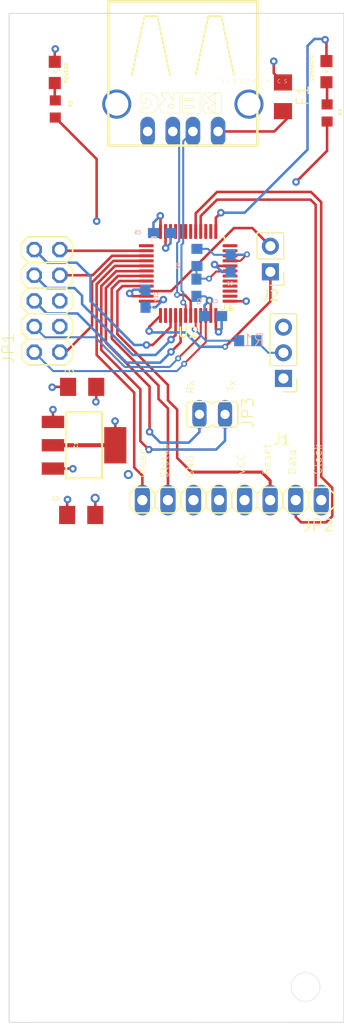
<source format=kicad_pcb>
(kicad_pcb (version 20240108) (generator "pcbnew") (generator_version "8.0")
  (layers (0 "F.Cu" signal "Front") (1 "In1.Cu" signal) (2 "In2.Cu" signal) (31 "B.Cu" signal "Back") (34 "B.Paste" user) (35 "F.Paste" user) (36 "B.SilkS" user "B.Silkscreen") (37 "F.SilkS" user "F.Silkscreen") (38 "B.Mask" user) (39 "F.Mask" user) (44 "Edge.Cuts" user))
  (net 0 "")
  (net 1 "GND")
  (net 2 "VDD")
  (net 3 "VCC")
  (net 4 "/NRST")
  (net 6 "unconnected-(U2-PD1_OSC_OUT-Pad6)")
  (net 7 "Net-(CONNECT0-PadA)")
  (net 8 "Net-(U2-PA3)")
  (net 9 "Net-(F1-Pad2)")
  (net 10 "Net-(U2-PB3)")
  (net 11 "Net-(U2-PB13)")
  (net 12 "Net-(U2-PB4)")
  (net 13 "Net-(U2-PB14)")
  (net 14 "Net-(U2-PB5)")
  (net 15 "Net-(U2-PB8)")
  (net 16 "Net-(U2-PB9)")
  (net 17 "Net-(U2-PB15)")
  (net 18 "/INUSE")
  (net 19 "/STATUS")
  (net 21 "/RESET")
  (net 22 "/DATA")
  (net 23 "/CLOCK")
  (net 24 "/TX")
  (net 25 "/RX")
  (net 26 "Net-(POWER0-PadA)")
  (net 27 "/SWDIO")
  (net 28 "/SWCLK")
  (net 29 "Net-(U2-BOOT0)")
  (net 30 "/USB_DP")
  (net 31 "/USB_DM")
  (net 49 "Net-(J1-Pin_2)")
  (footprint "wmk:JP1" (layer "F.Cu") (at 151.42 94.75 -90)
    (property "Reference" "JP3" (at 1.4732 -4.2164 90) (layer "F.SilkS") (effects (font (size 1.1557 1.1557) (thickness 0.1143)) (justify left bottom)))
    (property "Value" "~")
    (pad "1" thru_hole oval (at 0 1.27 270) (size 2.8448 1.4224) (drill 0.9144) (layers "*.Cu" "*.Mask") (net 25 "/RX"))
    (pad "2" thru_hole oval (at 0 -1.27 270) (size 2.8448 1.4224) (drill 0.9144) (layers "*.Cu" "*.Mask") (net 24 "/TX"))
  )
  (footprint "wmk:C1206" (layer "F.Cu") (at 138.4936 92.0261 180)
    (property "Reference" "C13" (at 0.73 1.73 0) (layer "F.SilkS") (effects (font (size 0.33274 0.33274) (thickness 0.17526)) (justify right top)))
    (property "Value" "10u")
    (pad "1" smd rect (at -1.4 0 180) (size 1.6 1.8) (layers "F.Cu" "F.Paste" "F.Mask") (net 2 "VDD"))
    (pad "2" smd rect (at 1.4 0 180) (size 1.6 1.8) (layers "F.Cu" "F.Paste" "F.Mask") (net 1 "GND"))
  )
  (footprint "wmk:PN87520-S" (layer "F.Cu") (at 148.5011 64.0036 180)
    (property "Reference" "X1" (hide yes))
    (property "Value" "PN87520-S" (hide yes))
    (fp_text user "E L E C T R O N I C S" (at -3.81 2.04 180) (layer "F.SilkS") (effects (font (size 0.373888 0.373888) (thickness 0.032512)) (justify left bottom)))
    (pad "1" thru_hole oval (at -3.5 -2.71 270) (size 2.916 1.458) (drill 0.95) (layers "*.Cu" "*.Mask") (net 9 "Net-(F1-Pad2)"))
    (pad "2" thru_hole oval (at -1 -2.71 270) (size 2.916 1.458) (drill 0.95) (layers "*.Cu" "*.Mask") (net 31 "/USB_DM"))
    (pad "3" thru_hole oval (at 1 -2.71 270) (size 2.916 1.458) (drill 0.95) (layers "*.Cu" "*.Mask") (net 30 "/USB_DP"))
    (pad "4" thru_hole oval (at 3.5 -2.71 270) (size 2.916 1.458) (drill 0.95) (layers "*.Cu" "*.Mask") (net 1 "GND"))
    (pad "S1" thru_hole circle (at -6.57 0 180) (size 2.9 2.9) (drill 2.3) (layers "*.Cu" "*.Mask"))
    (pad "S2" thru_hole circle (at 6.57 0) (size 2.9 2.9) (drill 2.3) (layers "*.Cu" "*.Mask"))
  )
  (footprint "wmk:R1206" (layer "F.Cu") (at 158.45 63.278 -90)
    (property "Reference" "F1" (at -1.27 -1.27 90) (layer "F.SilkS") (effects (font (size 1.176528 1.176528) (thickness 0.093472)) (justify right top)))
    (property "Value" "~")
    (pad "1" smd rect (at -1.422 0 270) (size 1.6 1.803) (layers "F.Cu" "F.Paste" "F.Mask") (net 3 "VCC"))
    (pad "2" smd rect (at 1.422 0 270) (size 1.6 1.803) (layers "F.Cu" "F.Paste" "F.Mask") (net 9 "Net-(F1-Pad2)"))
  )
  (footprint "wmk:C1206" (layer "F.Cu") (at 138.3998 104.7237)
    (property "Reference" "C3" (at -2.9304 -1.4224 0) (layer "F.SilkS") (effects (font (size 0.33274 0.33274) (thickness 0.17526)) (justify left bottom)))
    (property "Value" "10u")
    (pad "1" smd rect (at -1.4 0) (size 1.6 1.8) (layers "F.Cu" "F.Paste" "F.Mask") (net 3 "VCC"))
    (pad "2" smd rect (at 1.4 0) (size 1.6 1.8) (layers "F.Cu" "F.Paste" "F.Mask") (net 1 "GND"))
  )
  (footprint "wmk:SML0805" (layer "F.Cu") (at 135.7701 60.8626 -90)
    (property "Reference" "POWER0" (at -1 -0.96 90) (layer "F.SilkS") (effects (font (size 0.33274 0.33274) (thickness 0.17526)) (justify right top)))
    (property "Value" "~")
    (pad "A" smd rect (at 1.05 0 270) (size 1.2 1.2) (layers "F.Cu" "F.Paste" "F.Mask") (net 26 "Net-(POWER0-PadA)"))
    (pad "C" smd rect (at -1.05 0 270) (size 1.2 1.2) (layers "F.Cu" "F.Paste" "F.Mask") (net 1 "GND"))
  )
  (footprint "Connector_PinHeader_2.54mm:PinHeader_1x02_P2.54mm_Vertical" (layer "F.Cu") (at 157.2 80.625 180)
    (property "Reference" "J2" (at 0 -2.33 0) (layer "F.SilkS"))
    (property "Value" "Conn_01x02")
    (pad "1" thru_hole rect (at 0 0 180) (size 1.7 1.7) (drill 1) (layers "*.Cu" "*.Mask") (net 28 "/SWCLK"))
    (pad "2" thru_hole oval (at 0 2.54 180) (size 1.7 1.7) (drill 1) (layers "*.Cu" "*.Mask") (net 27 "/SWDIO"))
  )
  (footprint "Connector_PinHeader_2.54mm:PinHeader_1x03_P2.54mm_Vertical" (layer "F.Cu") (at 158.5 91.19 180)
    (property "Reference" "J1" (at 0.1524 -6.096 0) (layer "F.SilkS"))
    (property "Value" "Conn_01x03")
    (pad "1" thru_hole rect (at 0 0 180) (size 1.7 1.7) (drill 1) (layers "*.Cu" "*.Mask") (net 1 "GND"))
    (pad "2" thru_hole oval (at 0 2.54 180) (size 1.7 1.7) (drill 1) (layers "*.Cu" "*.Mask") (net 49 "Net-(J1-Pin_2)"))
    (pad "3" thru_hole oval (at 0 5.08 180) (size 1.7 1.7) (drill 1) (layers "*.Cu" "*.Mask") (net 2 "VDD"))
  )
  (footprint "wmk:R0603" (layer "F.Cu") (at 135.8201 64.4864 90)
    (property "Reference" "R3" (at 0.1204 1.73 90) (layer "F.SilkS") (effects (font (size 0.33274 0.33274) (thickness 0.17526)) (justify left bottom)))
    (property "Value" "10k")
    (pad "1" smd rect (at -0.85 0 90) (size 1 1.1) (layers "F.Cu" "F.Paste" "F.Mask") (net 2 "VDD"))
    (pad "2" smd rect (at 0.85 0 90) (size 1 1.1) (layers "F.Cu" "F.Paste" "F.Mask") (net 26 "Net-(POWER0-PadA)"))
  )
  (footprint "Package_QFP:LQFP-48_7x7mm_P0.5mm" (layer "F.Cu") (at 149.0272 80.7873 180)
    (property "Reference" "U2" (at 0 -5.85 180) (layer "F.SilkS"))
    (property "Value" "STM32F103C8T6")
    (pad "1" smd roundrect (at -4.1625 -2.75 180) (size 1.475 0.3) (layers "F.Cu" "F.Paste" "F.Mask") (net 2 "VDD"))
    (pad "2" smd roundrect (at -4.1625 -2.25 180) (size 1.475 0.3) (layers "F.Cu" "F.Paste" "F.Mask"))
    (pad "3" smd roundrect (at -4.1625 -1.75 180) (size 1.475 0.3) (layers "F.Cu" "F.Paste" "F.Mask"))
    (pad "4" smd roundrect (at -4.1625 -1.25 180) (size 1.475 0.3) (layers "F.Cu" "F.Paste" "F.Mask"))
    (pad "5" smd roundrect (at -4.1625 -0.75 180) (size 1.475 0.3) (layers "F.Cu" "F.Paste" "F.Mask"))
    (pad "6" smd roundrect (at -4.1625 -0.25 180) (size 1.475 0.3) (layers "F.Cu" "F.Paste" "F.Mask") (net 6 "unconnected-(U2-PD1_OSC_OUT-Pad6)"))
    (pad "7" smd roundrect (at -4.1625 0.25 180) (size 1.475 0.3) (layers "F.Cu" "F.Paste" "F.Mask") (net 4 "/NRST"))
    (pad "8" smd roundrect (at -4.1625 0.75 180) (size 1.475 0.3) (layers "F.Cu" "F.Paste" "F.Mask") (net 1 "GND"))
    (pad "9" smd roundrect (at -4.1625 1.25 180) (size 1.475 0.3) (layers "F.Cu" "F.Paste" "F.Mask") (net 2 "VDD"))
    (pad "10" smd roundrect (at -4.1625 1.75 180) (size 1.475 0.3) (layers "F.Cu" "F.Paste" "F.Mask"))
    (pad "11" smd roundrect (at -4.1625 2.25 180) (size 1.475 0.3) (layers "F.Cu" "F.Paste" "F.Mask"))
    (pad "12" smd roundrect (at -4.1625 2.75 180) (size 1.475 0.3) (layers "F.Cu" "F.Paste" "F.Mask"))
    (pad "13" smd roundrect (at -2.75 4.1625 180) (size 0.3 1.475) (layers "F.Cu" "F.Paste" "F.Mask") (net 8 "Net-(U2-PA3)"))
    (pad "14" smd roundrect (at -2.25 4.1625 180) (size 0.3 1.475) (layers "F.Cu" "F.Paste" "F.Mask"))
    (pad "15" smd roundrect (at -1.75 4.1625 180) (size 0.3 1.475) (layers "F.Cu" "F.Paste" "F.Mask"))
    (pad "16" smd roundrect (at -1.25 4.1625 180) (size 0.3 1.475) (layers "F.Cu" "F.Paste" "F.Mask") (net 23 "/CLOCK"))
    (pad "17" smd roundrect (at -0.75 4.1625 180) (size 0.3 1.475) (layers "F.Cu" "F.Paste" "F.Mask") (net 22 "/DATA"))
    (pad "18" smd roundrect (at -0.25 4.1625 180) (size 0.3 1.475) (layers "F.Cu" "F.Paste" "F.Mask"))
    (pad "19" smd roundrect (at 0.25 4.1625 180) (size 0.3 1.475) (layers "F.Cu" "F.Paste" "F.Mask"))
    (pad "20" smd roundrect (at 0.75 4.1625 180) (size 0.3 1.475) (layers "F.Cu" "F.Paste" "F.Mask"))
    (pad "21" smd roundrect (at 1.25 4.1625 180) (size 0.3 1.475) (layers "F.Cu" "F.Paste" "F.Mask"))
    (pad "22" smd roundrect (at 1.75 4.1625 180) (size 0.3 1.475) (layers "F.Cu" "F.Paste" "F.Mask"))
    (pad "23" smd roundrect (at 2.25 4.1625 180) (size 0.3 1.475) (layers "F.Cu" "F.Paste" "F.Mask") (net 1 "GND"))
    (pad "24" smd roundrect (at 2.75 4.1625 180) (size 0.3 1.475) (layers "F.Cu" "F.Paste" "F.Mask") (net 2 "VDD"))
    (pad "25" smd roundrect (at 4.1625 2.75 180) (size 1.475 0.3) (layers "F.Cu" "F.Paste" "F.Mask"))
    (pad "26" smd roundrect (at 4.1625 2.25 180) (size 1.475 0.3) (layers "F.Cu" "F.Paste" "F.Mask") (net 11 "Net-(U2-PB13)"))
    (pad "27" smd roundrect (at 4.1625 1.75 180) (size 1.475 0.3) (layers "F.Cu" "F.Paste" "F.Mask") (net 13 "Net-(U2-PB14)"))
    (pad "28" smd roundrect (at 4.1625 1.25 180) (size 1.475 0.3) (layers "F.Cu" "F.Paste" "F.Mask") (net 17 "Net-(U2-PB15)"))
    (pad "29" smd roundrect (at 4.1625 0.75 180) (size 1.475 0.3) (layers "F.Cu" "F.Paste" "F.Mask") (net 18 "/INUSE"))
    (pad "30" smd roundrect (at 4.1625 0.25 180) (size 1.475 0.3) (layers "F.Cu" "F.Paste" "F.Mask") (net 24 "/TX"))
    (pad "31" smd roundrect (at 4.1625 -0.25 180) (size 1.475 0.3) (layers "F.Cu" "F.Paste" "F.Mask") (net 25 "/RX"))
    (pad "32" smd roundrect (at 4.1625 -0.75 180) (size 1.475 0.3) (layers "F.Cu" "F.Paste" "F.Mask") (net 19 "/STATUS"))
    (pad "33" smd roundrect (at 4.1625 -1.25 180) (size 1.475 0.3) (layers "F.Cu" "F.Paste" "F.Mask") (net 21 "/RESET"))
    (pad "34" smd roundrect (at 4.1625 -1.75 180) (size 1.475 0.3) (layers "F.Cu" "F.Paste" "F.Mask") (net 27 "/SWDIO"))
    (pad "35" smd roundrect (at 4.1625 -2.25 180) (size 1.475 0.3) (layers "F.Cu" "F.Paste" "F.Mask") (net 1 "GND"))
    (pad "36" smd roundrect (at 4.1625 -2.75 180) (size 1.475 0.3) (layers "F.Cu" "F.Paste" "F.Mask") (net 2 "VDD"))
    (pad "37" smd roundrect (at 2.75 -4.1625 180) (size 0.3 1.475) (layers "F.Cu" "F.Paste" "F.Mask") (net 28 "/SWCLK"))
    (pad "38" smd roundrect (at 2.25 -4.1625 180) (size 0.3 1.475) (layers "F.Cu" "F.Paste" "F.Mask"))
    (pad "39" smd roundrect (at 1.75 -4.1625 180) (size 0.3 1.475) (layers "F.Cu" "F.Paste" "F.Mask") (net 10 "Net-(U2-PB3)"))
    (pad "40" smd roundrect (at 1.25 -4.1625 180) (size 0.3 1.475) (layers "F.Cu" "F.Paste" "F.Mask") (net 12 "Net-(U2-PB4)"))
    (pad "41" smd roundrect (at 0.75 -4.1625 180) (size 0.3 1.475) (layers "F.Cu" "F.Paste" "F.Mask") (net 14 "Net-(U2-PB5)"))
    (pad "42" smd roundrect (at 0.25 -4.1625 180) (size 0.3 1.475) (layers "F.Cu" "F.Paste" "F.Mask") (net 31 "/USB_DM"))
    (pad "43" smd roundrect (at -0.25 -4.1625 180) (size 0.3 1.475) (layers "F.Cu" "F.Paste" "F.Mask") (net 30 "/USB_DP"))
    (pad "44" smd roundrect (at -0.75 -4.1625 180) (size 0.3 1.475) (layers "F.Cu" "F.Paste" "F.Mask") (net 29 "Net-(U2-BOOT0)"))
    (pad "45" smd roundrect (at -1.25 -4.1625 180) (size 0.3 1.475) (layers "F.Cu" "F.Paste" "F.Mask") (net 15 "Net-(U2-PB8)"))
    (pad "46" smd roundrect (at -1.75 -4.1625 180) (size 0.3 1.475) (layers "F.Cu" "F.Paste" "F.Mask") (net 16 "Net-(U2-PB9)"))
    (pad "47" smd roundrect (at -2.25 -4.1625 180) (size 0.3 1.475) (layers "F.Cu" "F.Paste" "F.Mask") (net 1 "GND"))
    (pad "48" smd roundrect (at -2.75 -4.1625 180) (size 0.3 1.475) (layers "F.Cu" "F.Paste" "F.Mask") (net 2 "VDD"))
  )
  (footprint "wmk:SOT223" (layer "F.Cu") (at 138.6886 97.8111 -90)
    (property "Reference" "IC1" (at 0.5162 0.619 90) (layer "F.SilkS") (effects (font (size 0.33274 0.33274) (thickness 0.17526)) (justify left bottom)))
    (property "Value" "LM1117MPX-3.3")
    (pad "1" smd rect (at -2.311 3.099 270) (size 1.219 2.235) (layers "F.Cu" "F.Paste" "F.Mask") (net 1 "GND"))
    (pad "2" smd rect (at 0 3.099 270) (size 1.219 2.235) (layers "F.Cu" "F.Paste" "F.Mask") (net 2 "VDD"))
    (pad "3" smd rect (at 2.311 3.099 270) (size 1.219 2.235) (layers "F.Cu" "F.Paste" "F.Mask") (net 3 "VCC"))
    (pad "TAB" smd rect (at 0 -3.099 270) (size 3.6 2.2) (layers "F.Cu" "F.Paste" "F.Mask") (net 2 "VDD"))
  )
  (footprint "wmk:1X08" (layer "F.Cu") (at 153.367431 103.249369 180)
    (property "Reference" "JP2" (at -10.2362 -1.8288 0) (layer "F.SilkS") (effects (font (size 1.1557 1.1557) (thickness 0.1143)) (justify right top)))
    (property "Value" "~")
    (pad "1" thru_hole oval (at -8.89 0 270) (size 3.048 1.524) (drill 1.016) (layers "*.Cu" "*.Mask") (net 23 "/CLOCK"))
    (pad "2" thru_hole oval (at -6.35 0 270) (size 3.048 1.524) (drill 1.016) (layers "*.Cu" "*.Mask") (net 22 "/DATA"))
    (pad "3" thru_hole oval (at -3.81 0 270) (size 3.048 1.524) (drill 1.016) (layers "*.Cu" "*.Mask") (net 21 "/RESET"))
    (pad "4" thru_hole oval (at -1.27 0 270) (size 3.048 1.524) (drill 1.016) (layers "*.Cu" "*.Mask") (net 3 "VCC"))
    (pad "5" thru_hole oval (at 1.27 0 270) (size 3.048 1.524) (drill 1.016) (layers "*.Cu" "*.Mask"))
    (pad "6" thru_hole oval (at 3.81 0 270) (size 3.048 1.524) (drill 1.016) (layers "*.Cu" "*.Mask") (net 1 "GND"))
    (pad "7" thru_hole oval (at 6.35 0 270) (size 3.048 1.524) (drill 1.016) (layers "*.Cu" "*.Mask") (net 19 "/STATUS"))
    (pad "8" thru_hole oval (at 8.89 0 270) (size 3.048 1.524) (drill 1.016) (layers "*.Cu" "*.Mask") (net 18 "/INUSE"))
  )
  (footprint "wmk:R0603" (layer "F.Cu") (at 162.8349 64.8814 90)
    (property "Reference" "R4" (at -0.2968 1.524 90) (layer "F.SilkS") (effects (font (size 0.33274 0.33274) (thickness 0.17526)) (justify left bottom)))
    (property "Value" "10k")
    (pad "1" smd rect (at -0.85 0 90) (size 1 1.1) (layers "F.Cu" "F.Paste" "F.Mask") (net 2 "VDD"))
    (pad "2" smd rect (at 0.85 0 90) (size 1 1.1) (layers "F.Cu" "F.Paste" "F.Mask") (net 7 "Net-(CONNECT0-PadA)"))
  )
  (footprint "wmk:SML0805" (layer "F.Cu") (at 162.7729 60.7864 -90)
    (property "Reference" "CONNECT0" (at -1.7112 1.6524 90) (layer "F.SilkS") (effects (font (size 0.33274 0.33274) (thickness 0.17526)) (justify right top)))
    (property "Value" "~")
    (pad "A" smd rect (at 1.05 0 270) (size 1.2 1.2) (layers "F.Cu" "F.Paste" "F.Mask") (net 7 "Net-(CONNECT0-PadA)"))
    (pad "C" smd rect (at -1.05 0 270) (size 1.2 1.2) (layers "F.Cu" "F.Paste" "F.Mask") (net 8 "Net-(U2-PA3)"))
  )
  (footprint "wmk:2X05" (layer "F.Cu") (at 135.0011 83.5036 90)
    (property "Reference" "JP1" (at -6.35 -3.175 90) (layer "F.SilkS") (effects (font (size 1.1557 1.1557) (thickness 0.1143)) (justify left bottom)))
    (property "Value" "~")
    (pad "1" thru_hole roundrect (at -5.08 1.27 90) (size 1.524 1.524) (drill 1.016) (layers "*.Cu" "*.Mask") (chamfer_ratio 0.2928932188) (chamfer top_left top_right bottom_left bottom_right) (net 17 "Net-(U2-PB15)"))
    (pad "2" thru_hole roundrect (at -5.08 -1.27 90) (size 1.524 1.524) (drill 1.016) (layers "*.Cu" "*.Mask") (chamfer_ratio 0.2928932188) (chamfer top_left top_right bottom_left bottom_right) (net 16 "Net-(U2-PB9)"))
    (pad "3" thru_hole roundrect (at -2.54 1.27 90) (size 1.524 1.524) (drill 1.016) (layers "*.Cu" "*.Mask") (chamfer_ratio 0.2928932188) (chamfer top_left top_right bottom_left bottom_right) (net 3 "VCC"))
    (pad "4" thru_hole roundrect (at -2.54 -1.27 90) (size 1.524 1.524) (drill 1.016) (layers "*.Cu" "*.Mask") (chamfer_ratio 0.2928932188) (chamfer top_left top_right bottom_left bottom_right) (net 15 "Net-(U2-PB8)"))
    (pad "5" thru_hole roundrect (at 0 1.27 90) (size 1.524 1.524) (drill 1.016) (layers "*.Cu" "*.Mask") (chamfer_ratio 0.2928932188) (chamfer top_left top_right bottom_left bottom_right) (net 1 "GND"))
    (pad "6" thru_hole roundrect (at 0 -1.27 90) (size 1.524 1.524) (drill 1.016) (layers "*.Cu" "*.Mask") (chamfer_ratio 0.2928932188) (chamfer top_left top_right bottom_left bottom_right) (net 14 "Net-(U2-PB5)"))
    (pad "7" thru_hole roundrect (at 2.54 1.27 90) (size 1.524 1.524) (drill 1.016) (layers "*.Cu" "*.Mask") (chamfer_ratio 0.2928932188) (chamfer top_left top_right bottom_left bottom_right) (net 13 "Net-(U2-PB14)"))
    (pad "8" thru_hole roundrect (at 2.54 -1.27 90) (size 1.524 1.524) (drill 1.016) (layers "*.Cu" "*.Mask") (chamfer_ratio 0.2928932188) (chamfer top_left top_right bottom_left bottom_right) (net 12 "Net-(U2-PB4)"))
    (pad "9" thru_hole roundrect (at 5.08 1.27 90) (size 1.524 1.524) (drill 1.016) (layers "*.Cu" "*.Mask") (chamfer_ratio 0.2928932188) (chamfer top_left top_right bottom_left bottom_right) (net 11 "Net-(U2-PB13)"))
    (pad "10" thru_hole roundrect (at 5.08 -1.27 90) (size 1.524 1.524) (drill 1.016) (layers "*.Cu" "*.Mask") (chamfer_ratio 0.2928932188) (chamfer top_left top_right bottom_left bottom_right) (net 10 "Net-(U2-PB3)"))
  )
  (footprint "wmk:C0603" (layer "B.Cu") (at 144.787584 83.2861 90)
    (property "Reference" "C12" (at 0.73 1.27 90) (layer "B.SilkS") (effects (font (size 0.33274 0.33274) (thickness 0.17526)) (justify left bottom mirror)))
    (property "Value" "100n")
    (pad "1" smd rect (at -0.85 0 90) (size 1.1 1) (layers "B.Cu" "B.Paste" "B.Mask") (net 2 "VDD"))
    (pad "2" smd rect (at 0.85 0 90) (size 1.1 1) (layers "B.Cu" "B.Paste" "B.Mask") (net 1 "GND"))
  )
  (footprint "wmk:R0603" (layer "B.Cu") (at 149.9 79.2 90)
    (property "Reference" "R2" (at -0.4492 -1.6764 90) (layer "B.SilkS") (effects (font (size 0.33274 0.33274) (thickness 0.17526)) (justify left bottom mirror)))
    (property "Value" "100k")
    (pad "1" smd rect (at -0.85 0 90) (size 1 1.1) (layers "B.Cu" "B.Paste" "B.Mask") (net 4 "/NRST"))
    (pad "2" smd rect (at 0.85 0 90) (size 1 1.1) (layers "B.Cu" "B.Paste" "B.Mask") (net 2 "VDD"))
  )
  (footprint "wmk:R0603" (layer "B.Cu") (at 154.95 87.45)
    (property "Reference" "R1" (at -0.635 0.635 0) (layer "B.SilkS") (effects (font (size 1.1684 1.1684) (thickness 0.1016)) (justify right bottom mirror)))
    (property "Value" "100k")
    (pad "1" smd rect (at -0.85 0) (size 1 1.1) (layers "B.Cu" "B.Paste" "B.Mask") (net 29 "Net-(U2-BOOT0)"))
    (pad "2" smd rect (at 0.85 0) (size 1 1.1) (layers "B.Cu" "B.Paste" "B.Mask") (net 49 "Net-(J1-Pin_2)"))
  )
  (footprint "wmk:C0603" (layer "B.Cu") (at 149.85 82.2 -90)
    (property "Reference" "C7" (at 1.738 -0.1016 90) (layer "B.SilkS") (effects (font (size 0.33274 0.33274) (thickness 0.17526)) (justify right top mirror)))
    (property "Value" "100n")
    (pad "1" smd rect (at -0.85 0 270) (size 1.1 1) (layers "B.Cu" "B.Paste" "B.Mask") (net 4 "/NRST"))
    (pad "2" smd rect (at 0.85 0 270) (size 1.1 1) (layers "B.Cu" "B.Paste" "B.Mask") (net 1 "GND"))
  )
  (footprint "wmk:C0603" (layer "B.Cu") (at 153.2451 79.7875 -90)
    (property "Reference" "C6" (at 1.8083 0.4091 180) (layer "B.SilkS") (effects (font (size 0.33274 0.33274) (thickness 0.17526)) (justify right top mirror)))
    (property "Value" "100n")
    (pad "1" smd rect (at -0.85 0 270) (size 1.1 1) (layers "B.Cu" "B.Paste" "B.Mask") (net 2 "VDD"))
    (pad "2" smd rect (at 0.85 0 270) (size 1.1 1) (layers "B.Cu" "B.Paste" "B.Mask") (net 1 "GND"))
  )
  (footprint "wmk:C0603" (layer "B.Cu") (at 151.505 85.0098 180)
    (property "Reference" "C16" (at -0.5508 1.2672 0) (layer "B.SilkS") (effects (font (size 0.33274 0.33274) (thickness 0.17526)) (justify left bottom mirror)))
    (property "Value" "100n")
    (pad "1" smd rect (at -0.85 0 180) (size 1.1 1) (layers "B.Cu" "B.Paste" "B.Mask") (net 2 "VDD"))
    (pad "2" smd rect (at 0.85 0 180) (size 1.1 1) (layers "B.Cu" "B.Paste" "B.Mask") (net 1 "GND"))
  )
  (footprint "wmk:C0603" (layer "B.Cu") (at 146.429268 76.780438)
    (property "Reference" "C5" (at -2.7832 -0.254 0) (layer "B.SilkS") (effects (font (size 0.33274 0.33274) (thickness 0.17526)) (justify right top mirror)))
    (property "Value" "100n")
    (pad "1" smd rect (at -0.85 0) (size 1.1 1) (layers "B.Cu" "B.Paste" "B.Mask") (net 2 "VDD"))
    (pad "2" smd rect (at 0.85 0) (size 1.1 1) (layers "B.Cu" "B.Paste" "B.Mask") (net 1 "GND"))
  )
  (gr_circle (center 160.7 151.5) (end 159.85 150.35) (stroke (width 0.0381)) (fill none) (layer "Edge.Cuts"))
  (gr_line (start 131.2311 55.0036) (end 164.5 55.0036) (stroke (width 0.0762)) (layer "Edge.Cuts"))
  (gr_line (start 131.2311 155.0036) (end 131.2311 55.0036) (stroke (width 0.0762)) (layer "Edge.Cuts"))
  (gr_line (start 164.5 155) (end 131.2311 155.0036) (stroke (width 0.0762)) (layer "Edge.Cuts"))
  (gr_line (start 164.5 55.0036) (end 164.5 155) (stroke (width 0.0762)) (layer "Edge.Cuts"))
  (gr_text "Clock" (at 162.3622 100.7898 90) (layer "F.SilkS") (effects (font (size 0.747776 0.747776) (thickness 0.065024)) (justify left bottom)))
  (gr_text "Ststus" (at 147.1222 101.1073 90) (layer "F.SilkS") (effects (font (size 0.747776 0.747776) (thickness 0.065024)) (justify left bottom)))
  (gr_text "Data" (at 159.8222 100.7898 90) (layer "F.SilkS") (effects (font (size 0.747776 0.747776) (thickness 0.065024)) (justify left bottom)))
  (gr_text "GND" (at 149.6622 101.1073 90) (layer "F.SilkS") (effects (font (size 0.747776 0.747776) (thickness 0.065024)) (justify left bottom)))
  (gr_text "Reset" (at 157.2822 100.7898 90) (layer "F.SilkS") (effects (font (size 0.747776 0.747776) (thickness 0.065024)) (justify left bottom)))
  (gr_text "Inuse" (at 144.8997 101.1073 90) (layer "F.SilkS") (effects (font (size 0.747776 0.747776) (thickness 0.065024)) (justify left bottom)))
  (gr_text "Tx" (at 153.8 92.55 90) (layer "F.SilkS") (effects (font (size 0.747776 0.747776) (thickness 0.065024)) (justify left bottom)))
  (gr_text "VCC" (at 154.7422 100.7898 90) (layer "F.SilkS") (effects (font (size 0.747776 0.747776) (thickness 0.065024)) (justify left bottom)))
  (gr_text "Rx" (at 149.7 92.75 90) (layer "F.SilkS") (effects (font (size 0.747776 0.747776) (thickness 0.065024)) (justify left bottom)))
  (segment (start 146.7772 76.6073) (end 146.7772 78.2579) (width 0.254) (layer "F.Cu") (net 1))
  (segment (start 143.4794 83.0373) (end 143.2106 82.7685) (width 0.254) (layer "F.Cu") (net 1))
  (segment (start 144.8472 83.0373) (end 143.4794 83.0373) (width 0.254) (layer "F.Cu") (net 1))
  (segment (start 146.7772 78.2579) (end 146.792 78.2727) (width 0.254) (layer "F.Cu") (net 1))
  (segment (start 135.5896 95.5001) (end 135.5896 94.2757) (width 0.254) (layer "F.Cu") (net 1))
  (segment (start 135.7701 59.8126) (end 135.7701 58.586) (width 0.254) (layer "F.Cu") (net 1))
  (segment (start 151.65 79.9) (end 151.7873 80.0373) (width 0.254) (layer "F.Cu") (net 1))
  (segment (start 139.7998 104.7237) (end 139.7998 103.0813) (width 0.254) (layer "F.Cu") (net 1))
  (segment (start 137.0936 92.0261) (end 135.5532 92.0261) (width 0.254) (layer "F.Cu") (net 1))
  (segment (start 135.7701 58.586) (end 135.8192 58.5369) (width 0.254) (layer "F.Cu") (net 1))
  (segment (start 135.5532 92.0261) (end 135.5144 92.0649) (width 0.254) (layer "F.Cu") (net 1))
  (segment (start 139.7998 103.0813) (end 139.7816 103.0631) (width 0.254) (layer "F.Cu") (net 1))
  (segment (start 135.5896 94.2757) (end 135.5906 94.2747) (width 0.254) (layer "F.Cu") (net 1))
  (segment (start 151.7873 80.0373) (end 153.2072 80.0373) (width 0.254) (layer "F.Cu") (net 1))
  (segment (start 151.2772 83.5961) (end 151.2772 84.9673) (width 0.254) (layer "F.Cu") (net 1))
  (segment (start 151.14055 83.45945) (end 151.2772 83.5961) (width 0.254) (layer "F.Cu") (net 1))
  (via (at 151.14055 83.45945) (size 0.7564) (drill 0.35) (layers "F.Cu" "B.Cu") (net 1))
  (via (at 151.65 79.9) (size 0.7564) (drill 0.35) (layers "F.Cu" "B.Cu") (net 1))
  (via (at 146.792 78.2727) (size 0.7564) (drill 0.35) (layers "F.Cu" "B.Cu") (net 1))
  (via (at 143.2106 82.7685) (size 0.7564) (drill 0.35) (layers "F.Cu" "B.Cu") (net 1))
  (via (at 135.5906 94.2747) (size 0.7564) (drill 0.35) (layers "F.Cu" "B.Cu") (net 1))
  (via (at 135.8192 58.5369) (size 0.7564) (drill 0.35) (layers "F.Cu" "B.Cu") (net 1))
  (via (at 143.0836 100.7136) (size 0.9064) (drill 0.5) (layers "F.Cu" "B.Cu") (net 1))
  (via (at 135.5144 92.0649) (size 0.7564) (drill 0.35) (layers "F.Cu" "B.Cu") (net 1))
  (via (at 139.7816 103.0631) (size 0.9064) (drill 0.5) (layers "F.Cu" "B.Cu") (net 1))
  (segment (start 152.3875 80.6375) (end 153.2451 80.6375) (width 0.254) (layer "B.Cu") (net 1))
  (segment (start 147.279268 76.780438) (end 147.279268 77.785432) (width 0.254) (layer "B.Cu") (net 1))
  (segment (start 144.787584 82.4361) (end 144.738984 82.3875) (width 0.254) (layer "B.Cu") (net 1))
  (segment (start 144.738984 82.3875) (end 143.5916 82.3875) (width 0.254) (layer "B.Cu") (net 1))
  (segment (start 147.279268 77.785432) (end 146.792 78.2727) (width 0.254) (layer "B.Cu") (net 1))
  (segment (start 150.655 83.945) (end 150.655 85.0098) (width 0.254) (layer "B.Cu") (net 1))
  (segment (start 149.85 83.05) (end 150.7311 83.05) (width 0.2) (layer "B.Cu") (net 1))
  (segment (start 151.65 79.9) (end 152.3875 80.6375) (width 0.254) (layer "B.Cu") (net 1))
  (segment (start 151.14055 83.45945) (end 150.655 83.945) (width 0.254) (layer "B.Cu") (net 1))
  (segment (start 150.7311 83.05) (end 151.14055 83.45945) (width 0.2) (layer "B.Cu") (net 1))
  (segment (start 143.5916 82.3875) (end 143.2106 82.7685) (width 0.254) (layer "B.Cu") (net 1))
  (segment (start 141.7876 95.4425) (end 141.7628 95.4177) (width 0.254) (layer "F.Cu") (net 2))
  (segment (start 146.2772 76.6073) (end 146.2772 75.0909) (width 0.254) (layer "F.Cu") (net 2))
  (segment (start 141.7876 97.8111) (end 141.7876 95.4425) (width 0.254) (layer "F.Cu") (net 2))
  (segment (start 162.8349 68.6306) (end 159.746 71.7195) (width 0.254) (layer "F.Cu") (net 2))
  (segment (start 151.7772 86.3059) (end 151.7772 84.9673) (width 0.254) (layer "F.Cu") (net 2))
  (segment (start 153.2072 79.5373) (end 154.2142 79.5373) (width 0.2) (layer "F.Cu") (net 2))
  (segment (start 139.8936 93.4769) (end 139.8578 93.5127) (width 0.254) (layer "F.Cu") (net 2))
  (segment (start 162.8349 65.7314) (end 162.8349 68.6306) (width 0.254) (layer "F.Cu") (net 2))
  (segment (start 154.8692 78.9) (end 154.8692 78.954225) (width 0.254) (layer "F.Cu") (net 2))
  (segment (start 139.934 75.6057) (end 139.934 69.4503) (width 0.254) (layer "F.Cu") (net 2))
  (segment (start 154.8692 78.8823) (end 154.8692 78.9) (width 0.254) (layer "F.Cu") (net 2))
  (segment (start 146.5634 83.3781) (end 146.4042 83.5373) (width 0.254) (layer "F.Cu") (net 2))
  (segment (start 153.2072 83.5373) (end 154.7862 83.5373) (width 0.254) (layer "F.Cu") (net 2))
  (segment (start 146.2772 75.0909) (end 146.2586 75.0723) (width 0.254) (layer "F.Cu") (net 2))
  (segment (start 139.8936 92.0261) (end 139.8936 93.4769) (width 0.254) (layer "F.Cu") (net 2))
  (segment (start 146.4042 83.5373) (end 144.8472 83.5373) (width 0.254) (layer "F.Cu") (net 2))
  (segment (start 154.7862 83.5373) (end 154.793 83.5305) (width 0.254) (layer "F.Cu") (net 2))
  (segment (start 154.2142 79.5373) (end 154.8692 78.8823) (width 0.2) (layer "F.Cu") (net 2))
  (segment (start 139.934 69.4503) (end 135.8201 65.3364) (width 0.254) (layer "F.Cu") (net 2))
  (segment (start 135.5896 97.8111) (end 141.7876 97.8111) (width 0.4064) (layer "F.Cu") (net 2))
  (segment (start 152.0498 86.5785) (end 151.7772 86.3059) (width 0.254) (layer "F.Cu") (net 2))
  (via (at 139.8578 93.5127) (size 0.7564) (drill 0.35) (layers "F.Cu" "B.Cu") (net 2))
  (via (at 154.8692 78.9) (size 0.6) (drill 0.3) (layers "F.Cu" "B.Cu") (net 2))
  (via (at 154.793 83.5305) (size 0.7564) (drill 0.35) (layers "F.Cu" "B.Cu") (net 2))
  (via (at 139.934 75.6057) (size 0.7564) (drill 0.35) (layers "F.Cu" "B.Cu") (net 2))
  (via (at 146.5634 83.3781) (size 0.7564) (drill 0.35) (layers "F.Cu" "B.Cu") (net 2))
  (via (at 159.746 71.7195) (size 0.7564) (drill 0.35) (layers "F.Cu" "B.Cu") (net 2))
  (via (at 141.7628 95.4177) (size 0.7564) (drill 0.35) (layers "F.Cu" "B.Cu") (net 2))
  (via (at 152.0498 86.5785) (size 0.7564) (drill 0.35) (layers "F.Cu" "B.Cu") (net 2))
  (via (at 146.2586 75.0723) (size 0.7564) (drill 0.35) (layers "F.Cu" "B.Cu") (net 2))
  (segment (start 152.355 85.0098) (end 152.355 86.2733) (width 0.254) (layer "B.Cu") (net 2))
  (segment (start 145.579268 75.751632) (end 146.2586 75.0723) (width 0.254) (layer "B.Cu") (net 2))
  (segment (start 154.814 78.9375) (end 153.2451 78.9375) (width 0.254) (layer "B.Cu") (net 2))
  (segment (start 149.9 78.35) (end 151 78.35) (width 0.2) (layer "B.Cu") (net 2))
  (segment (start 145.579268 76.780438) (end 145.579268 75.751632) (width 0.254) (layer "B.Cu") (net 2))
  (segment (start 144.787584 84.1361) (end 145.8054 84.1361) (width 0.254) (layer "B.Cu") (net 2))
  (segment (start 152.355 86.2733) (end 152.0498 86.5785) (width 0.254) (layer "B.Cu") (net 2))
  (segment (start 154.8692 78.8823) (end 154.814 78.9375) (width 0.254) (layer "B.Cu") (net 2))
  (segment (start 151.5875 78.9375) (end 153.2451 78.9375) (width 0.2) (layer "B.Cu") (net 2))
  (segment (start 145.8054 84.1361) (end 146.5634 83.3781) (width 0.254) (layer "B.Cu") (net 2))
  (segment (start 151 78.35) (end 151.5875 78.9375) (width 0.2) (layer "B.Cu") (net 2))
  (segment (start 157.5362 60.9422) (end 158.4841 61.8901) (width 0.254) (layer "F.Cu") (net 3))
  (segment (start 135.5896 100.1221) (end 137.5518 100.1221) (width 0.254) (layer "F.Cu") (net 3))
  (segment (start 158.4841 61.8901) (end 159.0094 61.8901) (width 0.254) (layer "F.Cu") (net 3))
  (segment (start 157.5362 59.7561) (end 157.5362 60.9422) (width 0.254) (layer "F.Cu") (net 3))
  (segment (start 136.9998 103.2287) (end 137.0384 103.1901) (width 0.254) (layer "F.Cu") (net 3))
  (segment (start 136.9998 104.7237) (end 136.9998 103.2287) (width 0.254) (layer "F.Cu") (net 3))
  (segment (start 137.5518 100.1221) (end 137.5718 100.1421) (width 0.254) (layer "F.Cu") (net 3))
  (via (at 157.5362 59.7561) (size 0.7564) (drill 0.35) (layers "F.Cu" "B.Cu") (net 3))
  (via (at 137.0384 103.1901) (size 0.7564) (drill 0.35) (layers "F.Cu" "B.Cu") (net 3))
  (via (at 137.5718 100.1421) (size 0.7564) (drill 0.35) (layers "F.Cu" "B.Cu") (net 3))
  (segment (start 152.95 80.5941) (end 151.8059 80.5941) (width 0.2) (layer "F.Cu") (net 4))
  (segment (start 153.0068 80.5373) (end 152.95 80.5941) (width 0.2) (layer "F.Cu") (net 4))
  (segment (start 151.8059 80.5941) (end 151.1 81.3) (width 0.2) (layer "F.Cu") (net 4))
  (segment (start 153.2072 80.5373) (end 153.0068 80.5373) (width 0.2) (layer "F.Cu") (net 4))
  (via (at 151.1 81.3) (size 0.6) (drill 0.3) (layers "F.Cu" "B.Cu") (net 4))
  (segment (start 149.85 80.1) (end 149.9 80.05) (width 0.2) (layer "B.Cu") (net 4))
  (segment (start 149.85 81.35) (end 149.85 80.1) (width 0.2) (layer "B.Cu") (net 4))
  (segment (start 149.9 81.3) (end 149.85 81.35) (width 0.2) (layer "B.Cu") (net 4))
  (segment (start 151.1 81.3) (end 149.9 81.3) (width 0.2) (layer "B.Cu") (net 4))
  (segment (start 153.2286 81.0159) (end 153.2072 81.0373) (width 0.254) (layer "F.Cu") (net 6))
  (segment (start 162.7729 61.8364) (end 162.8349 61.8984) (width 0.254) (layer "F.Cu") (net 7))
  (segment (start 162.8349 61.8984) (end 162.8349 64.0314) (width 0.254) (layer "F.Cu") (net 7))
  (segment (start 151.7772 76.6073) (end 151.7772 75.2687) (width 0.254) (layer "F.Cu") (net 8))
  (segment (start 162.7729 57.7538) (end 162.7729 59.7364) (width 0.254) (layer "F.Cu") (net 8))
  (segment (start 162.6416 57.6225) (end 162.7729 57.7538) (width 0.254) (layer "F.Cu") (net 8))
  (segment (start 151.7772 75.2687) (end 152.2784 74.7675) (width 0.254) (layer "F.Cu") (net 8))
  (via (at 152.2784 74.7675) (size 0.7564) (drill 0.35) (layers "F.Cu" "B.Cu") (net 8))
  (via (at 162.6416 57.6225) (size 0.7564) (drill 0.35) (layers "F.Cu" "B.Cu") (net 8))
  (segment (start 160.889 68.5191) (end 160.889 58.2321) (width 0.254) (layer "B.Cu") (net 8))
  (segment (start 161.5748 57.5463) (end 162.5654 57.5463) (width 0.254) (layer "B.Cu") (net 8))
  (segment (start 152.2784 74.7675) (end 154.6406 74.7675) (width 0.254) (layer "B.Cu") (net 8))
  (segment (start 160.889 58.2321) (end 161.5748 57.5463) (width 0.254) (layer "B.Cu") (net 8))
  (segment (start 162.5654 57.5463) (end 162.6416 57.6225) (width 0.254) (layer "B.Cu") (net 8))
  (segment (start 154.6406 74.7675) (end 160.889 68.5191) (width 0.254) (layer "B.Cu") (net 8))
  (segment (start 152.0011 66.7136) (end 157.5864 66.7136) (width 0.254) (layer "F.Cu") (net 9))
  (segment (start 157.5864 66.7136) (end 159.0094 65.2906) (width 0.254) (layer "F.Cu") (net 9))
  (segment (start 159.0094 65.2906) (end 159.0094 64.7341) (width 0.254) (layer "F.Cu") (net 9))
  (segment (start 144.887 87.8739) (end 145.4966 87.8739) (width 0.254) (layer "F.Cu") (net 10))
  (segment (start 147.2772 86.0933) (end 147.2772 84.9673) (width 0.254) (layer "F.Cu") (net 10))
  (segment (start 145.4966 87.8739) (end 147.2772 86.0933) (width 0.254) (layer "F.Cu") (net 10))
  (via (at 144.887 87.8739) (size 0.7564) (drill 0.35) (layers "F.Cu" "B.Cu") (net 10))
  (segment (start 133.7311 78.4236) (end 135.028 79.7205) (width 0.254) (layer "B.Cu") (net 10))
  (segment (start 139.3244 83.5305) (end 143.6678 87.8739) (width 0.254) (layer "B.Cu") (net 10))
  (segment (start 139.3244 81.0921) (end 139.3244 83.5305) (width 0.254) (layer "B.Cu") (net 10))
  (segment (start 137.9528 79.7205) (end 139.3244 81.0921) (width 0.254) (layer "B.Cu") (net 10))
  (segment (start 135.028 79.7205) (end 137.9528 79.7205) (width 0.254) (layer "B.Cu") (net 10))
  (segment (start 143.6678 87.8739) (end 144.887 87.8739) (width 0.254) (layer "B.Cu") (net 10))
  (segment (start 136.2711 78.4236) (end 136.3848 78.5373) (width 0.254) (layer "F.Cu") (net 11))
  (segment (start 136.3848 78.5373) (end 144.8472 78.5373) (width 0.254) (layer "F.Cu") (net 11))
  (segment (start 147.7772 86.8887) (end 147.3254 87.3405) (width 0.254) (layer "F.Cu") (net 12))
  (segment (start 147.7772 84.9673) (end 147.7772 86.8887) (width 0.254) (layer "F.Cu") (net 12))
  (via (at 147.3254 87.3405) (size 0.7564) (drill 0.35) (layers "F.Cu" "B.Cu") (net 12))
  (segment (start 135.0026 82.2351) (end 137.7242 82.2351) (width 0.254) (layer "B.Cu") (net 12))
  (segment (start 147.3254 87.3405) (end 145.8014 88.8645) (width 0.254) (layer "B.Cu") (net 12))
  (segment (start 133.7311 80.9636) (end 135.0026 82.2351) (width 0.254) (layer "B.Cu") (net 12))
  (segment (start 145.8014 88.8645) (end 143.5154 88.8645) (width 0.254) (layer "B.Cu") (net 12))
  (segment (start 138.4862 82.9971) (end 138.4862 83.8353) (width 0.254) (layer "B.Cu") (net 12))
  (segment (start 137.7242 82.2351) (end 138.4862 82.9971) (width 0.254) (layer "B.Cu") (net 12))
  (segment (start 143.5154 88.8645) (end 138.4862 83.8353) (width 0.254) (layer "B.Cu") (net 12))
  (segment (start 136.2711 80.9636) (end 139.531456 80.9636) (width 0.254) (layer "F.Cu") (net 13))
  (segment (start 139.531456 80.9636) (end 141.457756 79.0373) (width 0.254) (layer "F.Cu") (net 13))
  (segment (start 141.457756 79.0373) (end 144.8472 79.0373) (width 0.254) (layer "F.Cu") (net 13))
  (segment (start 148.2772 87.6079) (end 148.2772 84.9673) (width 0.254) (layer "F.Cu") (net 14))
  (segment (start 147.3254 88.5597) (end 148.2772 87.6079) (width 0.254) (layer "F.Cu") (net 14))
  (via (at 147.3254 88.5597) (size 0.7564) (drill 0.35) (layers "F.Cu" "B.Cu") (net 14))
  (segment (start 146.2586 89.6265) (end 147.3254 88.5597) (width 0.254) (layer "B.Cu") (net 14))
  (segment (start 133.7311 83.5036) (end 134.9772 84.7497) (width 0.254) (layer "B.Cu") (net 14))
  (segment (start 142.9058 89.6265) (end 146.2586 89.6265) (width 0.254) (layer "B.Cu") (net 14))
  (segment (start 134.9772 84.7497) (end 138.029 84.7497) (width 0.254) (layer "B.Cu") (net 14))
  (segment (start 138.029 84.7497) (end 142.9058 89.6265) (width 0.254) (layer "B.Cu") (net 14))
  (segment (start 148.0312 89.2048) (end 150.2772 86.9588) (width 0.2) (layer "F.Cu") (net 15))
  (segment (start 150.2772 86.9588) (end 150.2772 84.9673) (width 0.2) (layer "F.Cu") (net 15))
  (via (at 148.0312 89.2048) (size 0.6) (drill 0.3) (layers "F.Cu" "B.Cu") (net 15))
  (segment (start 142.727606 90.0567) (end 147.1793 90.0567) (width 0.2) (layer "B.Cu") (net 15))
  (segment (start 139.779706 87.1088) (end 142.727606 90.0567) (width 0.2) (layer "B.Cu") (net 15))
  (segment (start 133.7311 86.0436) (end 134.7963 87.1088) (width 0.2) (layer "B.Cu") (net 15))
  (segment (start 147.1793 90.0567) (end 148.0312 89.2048) (width 0.2) (layer "B.Cu") (net 15))
  (segment (start 134.7963 87.1088) (end 139.779706 87.1088) (width 0.2) (layer "B.Cu") (net 15))
  (segment (start 148.627844 89.741779) (end 150.7772 87.592423) (width 0.2) (layer "F.Cu") (net 16))
  (segment (start 150.7772 87.592423) (end 150.7772 84.9673) (width 0.2) (layer "F.Cu") (net 16))
  (via (at 148.627844 89.741779) (size 0.6) (drill 0.3) (layers "F.Cu" "B.Cu") (net 16))
  (segment (start 147.909723 90.4599) (end 148.627844 89.741779) (width 0.2) (layer "B.Cu") (net 16))
  (segment (start 133.7311 88.5836) (end 135.6074 90.4599) (width 0.2) (layer "B.Cu") (net 16))
  (segment (start 135.6074 90.4599) (end 147.909723 90.4599) (width 0.2) (layer "B.Cu") (net 16))
  (segment (start 139.4768 85.9689) (end 139.4768 81.664838) (width 0.254) (layer "F.Cu") (net 17))
  (segment (start 136.8621 88.5836) (end 139.4768 85.9689) (width 0.254) (layer "F.Cu") (net 17))
  (segment (start 141.604337 79.5373) (end 144.8472 79.5373) (width 0.254) (layer "F.Cu") (net 17))
  (segment (start 136.2711 88.5836) (end 136.8621 88.5836) (width 0.254) (layer "F.Cu") (net 17))
  (segment (start 139.4768 81.664838) (end 141.604337 79.5373) (width 0.254) (layer "F.Cu") (net 17))
  (segment (start 139.934 88.8645) (end 139.934 81.854219) (width 0.254) (layer "F.Cu") (net 18))
  (segment (start 139.934 88.8645) (end 143.6678 92.5983) (width 0.254) (layer "F.Cu") (net 18))
  (segment (start 143.6678 100.018269) (end 144.477431 100.8279) (width 0.254) (layer "F.Cu") (net 18))
  (segment (start 143.6678 92.5983) (end 143.6678 100.018269) (width 0.254) (layer "F.Cu") (net 18))
  (segment (start 144.477431 100.8279) (end 144.477431 103.249369) (width 0.254) (layer "F.Cu") (net 18))
  (segment (start 139.934 81.854219) (end 141.750918 80.0373) (width 0.254) (layer "F.Cu") (net 18))
  (segment (start 141.750918 80.0373) (end 144.8472 80.0373) (width 0.254) (layer "F.Cu") (net 18))
  (segment (start 142.190662 81.5373) (end 144.8472 81.5373) (width 0.254) (layer "F.Cu") (net 19))
  (segment (start 147.017431 94.160469) (end 147.017431 103.249369) (width 0.254) (layer "F.Cu") (net 19))
  (segment (start 146.0808 93.223838) (end 147.017431 94.160469) (width 0.254) (layer "F.Cu") (net 19))
  (segment (start 146.0808 91.8871) (end 146.0808 93.223838) (width 0.254) (layer "F.Cu") (net 19))
  (segment (start 141.4326 82.295363) (end 142.190662 81.5373) (width 0.254) (layer "F.Cu") (net 19))
  (segment (start 141.4326 87.2389) (end 146.0808 91.8871) (width 0.254) (layer "F.Cu") (net 19))
  (segment (start 141.4326 87.2389) (end 141.4326 82.295363) (width 0.254) (layer "F.Cu") (net 19))
  (segment (start 147.935 99.0626) (end 149.3447 100.4723) (width 0.254) (layer "F.Cu") (net 21))
  (segment (start 147.935 94.2747) (end 147.935 99.0626) (width 0.254) (layer "F.Cu") (net 21))
  (segment (start 141.9914 86.8071) (end 141.9914 82.5399) (width 0.254) (layer "F.Cu") (net 21))
  (segment (start 147.0206 91.8363) (end 141.9914 86.8071) (width 0.254) (layer "F.Cu") (net 21))
  (segment (start 144.8472 82.0373) (end 142.494 82.0373) (width 0.254) (layer "F.Cu") (net 21))
  (segment (start 157.177431 103.249369) (end 157.177431 101.320032) (width 0.3048) (layer "F.Cu") (net 21))
  (segment (start 142.494 82.0373) (end 141.9914 82.5399) (width 0.254) (layer "F.Cu") (net 21))
  (segment (start 147.935 94.2747) (end 147.0206 93.3603) (width 0.254) (layer "F.Cu") (net 21))
  (segment (start 147.0206 93.3603) (end 147.0206 91.8363) (width 0.254) (layer "F.Cu") (net 21))
  (segment (start 149.3447 100.4723) (end 156.3297 100.4723) (width 0.3048) (layer "F.Cu") (net 21))
  (segment (start 157.177431 101.320032) (end 156.3297 100.4723) (width 0.3048) (layer "F.Cu") (net 21))
  (segment (start 162.25 100.935334) (end 163.349631 102.034965) (width 0.254) (layer "F.Cu") (net 22))
  (segment (start 161.2372 72.7101) (end 162.25 73.7229) (width 0.254) (layer "F.Cu") (net 22))
  (segment (start 162.25 73.7229) (end 162.25 100.935334) (width 0.254) (layer "F.Cu") (net 22))
  (segment (start 162.7439 105.45) (end 160.25 105.45) (width 0.254) (layer "F.Cu") (net 22))
  (segment (start 149.7772 74.8303) (end 151.8974 72.7101) (width 0.254) (layer "F.Cu") (net 22))
  (segment (start 151.8974 72.7101) (end 161.2372 72.7101) (width 0.254) (layer "F.Cu") (net 22))
  (segment (start 159.717431 104.917431) (end 159.717431 103.249369) (width 0.254) (layer "F.Cu") (net 22))
  (segment (start 163.349631 104.844269) (end 162.7439 105.45) (width 0.254) (layer "F.Cu") (net 22))
  (segment (start 149.7772 76.6073) (end 149.7772 74.8303) (width 0.254) (layer "F.Cu") (net 22))
  (segment (start 160.25 105.45) (end 159.717431 104.917431) (width 0.254) (layer "F.Cu") (net 22))
  (segment (start 163.349631 102.034965) (end 163.349631 104.844269) (width 0.254) (layer "F.Cu") (net 22))
  (segment (start 161.7 73.9783) (end 161.7 102.691938) (width 0.254) (layer "F.Cu") (net 23))
  (segment (start 161.1938 73.4721) (end 161.7 73.9783) (width 0.254) (layer "F.Cu") (net 23))
  (segment (start 150.2772 75.0923) (end 151.8974 73.4721) (width 0.254) (layer "F.Cu") (net 23))
  (segment (start 161.7 102.691938) (end 162.257431 103.249369) (width 0.254) (layer "F.Cu") (net 23))
  (segment (start 151.8974 73.4721) (end 161.1938 73.4721) (width 0.254) (layer "F.Cu") (net 23))
  (segment (start 150.2772 76.6073) (end 150.2772 75.0923) (width 0.254) (layer "F.Cu") (net 23))
  (segment (start 140.3912 88.370319) (end 144.2774 92.256519) (width 0.254) (layer "F.Cu") (net 24))
  (segment (start 140.3912 88.370319) (end 140.3912 82.0436) (width 0.254) (layer "F.Cu") (net 24))
  (segment (start 140.3912 82.0436) (end 141.8761 80.5587) (width 0.254) (layer "F.Cu") (net 24))
  (segment (start 144.2774 92.256519) (end 144.2774 97.3989) (width 0.254) (layer "F.Cu") (net 24))
  (segment (start 141.8761 80.5587) (end 144.8258 80.5587) (width 0.254) (layer "F.Cu") (net 24))
  (segment (start 144.2774 97.3989) (end 145.1156 98.2371) (width 0.254) (layer "F.Cu") (net 24))
  (segment (start 144.8258 80.5587) (end 144.8472 80.5373) (width 0.254) (layer "F.Cu") (net 24))
  (via (at 145.1156 98.2371) (size 0.7564) (drill 0.35) (layers "F.Cu" "B.Cu") (net 24))
  (segment (start 145.1156 98.2371) (end 151.8129 98.2371) (width 0.254) (layer "B.Cu") (net 24))
  (segment (start 152.69 97.36) (end 152.69 94.75) (width 0.254) (layer "B.Cu") (net 24))
  (segment (start 151.8129 98.2371) (end 152.69 97.36) (width 0.254) (layer "B.Cu") (net 24))
  (segment (start 142.044081 81.0373) (end 144.8472 81.0373) (width 0.254) (layer "F.Cu") (net 25))
  (segment (start 140.8484 87.6453) (end 140.8484 82.232982) (width 0.254) (layer "F.Cu") (net 25))
  (segment (start 140.8484 82.232982) (end 142.044081 81.0373) (width 0.254) (layer "F.Cu") (net 25))
  (segment (start 140.8484 87.6453) (end 145.1918 91.9887) (width 0.254) (layer "F.Cu") (net 25))
  (segment (start 145.1918 91.9887) (end 145.1918 96.4845) (width 0.254) (layer "F.Cu") (net 25))
  (via (at 145.1918 96.4845) (size 0.7564) (drill 0.35) (layers "F.Cu" "B.Cu") (net 25))
  (segment (start 149.0987 97.5513) (end 150.15 96.5) (width 0.254) (layer "B.Cu") (net 25))
  (segment (start 150.15 96.5) (end 150.15 94.75) (width 0.254) (layer "B.Cu") (net 25))
  (segment (start 146.2586 97.5513) (end 149.0987 97.5513) (width 0.254) (layer "B.Cu") (net 25))
  (segment (start 145.1918 96.4845) (end 146.2586 97.5513) (width 0.254) (layer "B.Cu") (net 25))
  (segment (start 135.7701 63.5864) (end 135.8201 63.6364) (width 0.254) (layer "F.Cu") (net 26))
  (segment (start 135.7701 61.9126) (end 135.7701 63.5864) (width 0.254) (layer "F.Cu") (net 26))
  (segment (start 155.4065 76.2915) (end 157.2 78.085) (width 0.254) (layer "F.Cu") (net 27))
  (segment (start 144.8472 82.5373) (end 147.328 82.5373) (width 0.254) (layer "F.Cu") (net 27))
  (segment (start 153.5738 76.2915) (end 155.4065 76.2915) (width 0.254) (layer "F.Cu") (net 27))
  (segment (start 147.328 82.5373) (end 153.5738 76.2915) (width 0.254) (layer "F.Cu") (net 27))
  (segment (start 157.2 83.5532) (end 157.2 80.625) (width 0.254) (layer "F.Cu") (net 28))
  (segment (start 145.15 86.0945) (end 146.2772 84.9673) (width 0.254) (layer "F.Cu") (net 28))
  (segment (start 152.7 88.0532) (end 157.2 83.5532) (width 0.254) (layer "F.Cu") (net 28))
  (segment (start 145.15 86.5) (end 145.15 86.0945) (width 0.254) (layer "F.Cu") (net 28))
  (via (at 145.15 86.5) (size 0.7564) (drill 0.35) (layers "F.Cu" "B.Cu") (net 28))
  (via (at 152.7 88.0532) (size 0.6) (drill 0.3) (layers "F.Cu" "B.Cu") (net 28))
  (segment (start 148.7321 86.6321) (end 150.1532 88.0532) (width 0.254) (layer "B.Cu") (net 28))
  (segment (start 145.2821 86.6321) (end 148.7321 86.6321) (width 0.254) (layer "B.Cu") (net 28))
  (segment (start 145.15 86.5) (end 145.2821 86.6321) (width 0.254) (layer "B.Cu") (net 28))
  (segment (start 150.1532 88.0532) (end 152.7 88.0532) (width 0.254) (layer "B.Cu") (net 28))
  (segment (start 149.6745 86.326084) (end 149.7772 86.223384) (width 0.2) (layer "F.Cu") (net 29))
  (segment (start 149.7772 86.223384) (end 149.7772 84.9673) (width 0.2) (layer "F.Cu") (net 29))
  (via (at 149.6745 86.326084) (size 0.6) (drill 0.3) (layers "F.Cu" "B.Cu") (net 29))
  (segment (start 149.6745 86.326084) (end 150.798416 87.45) (width 0.2) (layer "B.Cu") (net 29))
  (segment (start 150.798416 87.45) (end 154.1 87.45) (width 0.2) (layer "B.Cu") (net 29))
  (segment (start 149.2772 84.9673) (end 149.2772 83.514362) (width 0.254) (layer "F.Cu") (net 30))
  (segment (start 148.668438 82.9056) (end 147.9296 82.9056) (width 0.254) (layer "F.Cu") (net 30))
  (segment (start 149.3066 84.9967) (end 149.2772 84.9673) (width 0.254) (layer "F.Cu") (net 30))
  (segment (start 149.2772 83.514362) (end 148.668438 82.9056) (width 0.254) (layer "F.Cu") (net 30))
  (via (at 147.9296 82.9056) (size 0.6) (drill 0.3) (layers "F.Cu" "B.Cu") (net 30))
  (segment (start 147.5011 66.7136) (end 148.132468 67.344968) (width 0.2) (layer "B.Cu") (net 30))
  (segment (start 148.132468 67.344968) (end 148.132468 77.57881) (width 0.2) (layer "B.Cu") (net 30))
  (segment (start 147.9296 77.781678) (end 147.9296 82.9056) (width 0.2) (layer "B.Cu") (net 30))
  (segment (start 147.9296 77.781678) (end 148.132468 77.57881) (width 0.2) (layer "B.Cu") (net 30))
  (segment (start 148.7772 83.9056) (end 148.7772 84.9673) (width 0.2) (layer "F.Cu") (net 31))
  (segment (start 148.5392 83.6676) (end 148.7772 83.9056) (width 0.2) (layer "F.Cu") (net 31))
  (via (at 148.5392 83.6676) (size 0.6) (drill 0.3) (layers "F.Cu" "B.Cu") (net 31))
  (segment (start 148.535668 77.784005) (end 148.535668 67.679032) (width 0.2) (layer "B.Cu") (net 31))
  (segment (start 148.3598 77.959873) (end 148.535668 77.784005) (width 0.2) (layer "B.Cu") (net 31))
  (segment (start 148.5392 82.662146) (end 148.3598 82.482746) (width 0.2) (layer "B.Cu") (net 31))
  (segment (start 148.535668 67.679032) (end 149.5011 66.7136) (width 0.2) (layer "B.Cu") (net 31))
  (segment (start 148.5392 83.6676) (end 148.5392 82.662146) (width 0.2) (layer "B.Cu") (net 31))
  (segment (start 148.3598 82.482746) (end 148.3598 77.959873) (width 0.2) (layer "B.Cu") (net 31))
  (segment (start 158.5 88.65) (end 157 88.65) (width 0.2) (layer "B.Cu") (net 49))
  (segment (start 157 88.65) (end 155.8 87.45) (width 0.2) (layer "B.Cu") (net 49))
)
</source>
